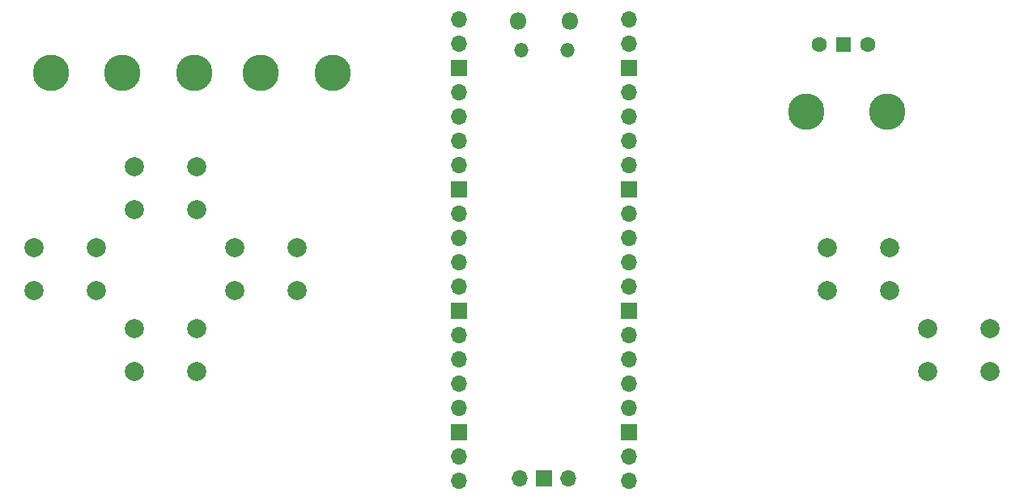
<source format=gbr>
%TF.GenerationSoftware,KiCad,Pcbnew,9.0.5*%
%TF.CreationDate,2025-11-07T13:00:19-05:00*%
%TF.ProjectId,PCB,5043422e-6b69-4636-9164-5f7063625858,rev?*%
%TF.SameCoordinates,Original*%
%TF.FileFunction,Soldermask,Bot*%
%TF.FilePolarity,Negative*%
%FSLAX46Y46*%
G04 Gerber Fmt 4.6, Leading zero omitted, Abs format (unit mm)*
G04 Created by KiCad (PCBNEW 9.0.5) date 2025-11-07 13:00:19*
%MOMM*%
%LPD*%
G01*
G04 APERTURE LIST*
%ADD10C,3.800000*%
%ADD11C,2.000000*%
%ADD12R,1.500000X1.500000*%
%ADD13C,1.600000*%
%ADD14O,1.800000X1.800000*%
%ADD15O,1.500000X1.500000*%
%ADD16O,1.700000X1.700000*%
%ADD17R,1.700000X1.700000*%
G04 APERTURE END LIST*
D10*
%TO.C,H1*%
X70500000Y-74000000D03*
%TD*%
D11*
%TO.C,SW1*%
X79250000Y-83750000D03*
X85750000Y-83750000D03*
X79250000Y-88250000D03*
X85750000Y-88250000D03*
%TD*%
%TO.C,SW3*%
X89750000Y-92250000D03*
X96250000Y-92250000D03*
X89750000Y-96750000D03*
X96250000Y-96750000D03*
%TD*%
D12*
%TO.C,SW7*%
X153460000Y-71000000D03*
D13*
X150920000Y-71000000D03*
X156000000Y-71000000D03*
%TD*%
D11*
%TO.C,SW5*%
X151750000Y-92250000D03*
X158250000Y-92250000D03*
X151750000Y-96750000D03*
X158250000Y-96750000D03*
%TD*%
%TO.C,SW2*%
X68750000Y-92250000D03*
X75250000Y-92250000D03*
X68750000Y-96750000D03*
X75250000Y-96750000D03*
%TD*%
D10*
%TO.C,H4*%
X92500000Y-74000000D03*
%TD*%
D11*
%TO.C,SW6*%
X162250000Y-100750000D03*
X168750000Y-100750000D03*
X162250000Y-105250000D03*
X168750000Y-105250000D03*
%TD*%
%TO.C,SW4*%
X79250000Y-100750000D03*
X85750000Y-100750000D03*
X79250000Y-105250000D03*
X85750000Y-105250000D03*
%TD*%
D10*
%TO.C,H6*%
X149500000Y-78000000D03*
%TD*%
D14*
%TO.C,U1*%
X119385000Y-68530000D03*
D15*
X119685000Y-71560000D03*
X124535000Y-71560000D03*
D14*
X124835000Y-68530000D03*
D16*
X113220000Y-68400000D03*
X113220000Y-70940000D03*
D17*
X113220000Y-73480000D03*
D16*
X113220000Y-76020000D03*
X113220000Y-78560000D03*
X113220000Y-81100000D03*
X113220000Y-83640000D03*
D17*
X113220000Y-86180000D03*
D16*
X113220000Y-88720000D03*
X113220000Y-91260000D03*
X113220000Y-93800000D03*
X113220000Y-96340000D03*
D17*
X113220000Y-98880000D03*
D16*
X113220000Y-101420000D03*
X113220000Y-103960000D03*
X113220000Y-106500000D03*
X113220000Y-109040000D03*
D17*
X113220000Y-111580000D03*
D16*
X113220000Y-114120000D03*
X113220000Y-116660000D03*
X131000000Y-116660000D03*
X131000000Y-114120000D03*
D17*
X131000000Y-111580000D03*
D16*
X131000000Y-109040000D03*
X131000000Y-106500000D03*
X131000000Y-103960000D03*
X131000000Y-101420000D03*
D17*
X131000000Y-98880000D03*
D16*
X131000000Y-96340000D03*
X131000000Y-93800000D03*
X131000000Y-91260000D03*
X131000000Y-88720000D03*
D17*
X131000000Y-86180000D03*
D16*
X131000000Y-83640000D03*
X131000000Y-81100000D03*
X131000000Y-78560000D03*
X131000000Y-76020000D03*
D17*
X131000000Y-73480000D03*
D16*
X131000000Y-70940000D03*
X131000000Y-68400000D03*
X119570000Y-116430000D03*
D17*
X122110000Y-116430000D03*
D16*
X124650000Y-116430000D03*
%TD*%
D10*
%TO.C,H2*%
X78000000Y-74000000D03*
%TD*%
%TO.C,H3*%
X85500000Y-74000000D03*
%TD*%
%TO.C,H7*%
X158000000Y-78000000D03*
%TD*%
%TO.C,H5*%
X100000000Y-74000000D03*
%TD*%
M02*

</source>
